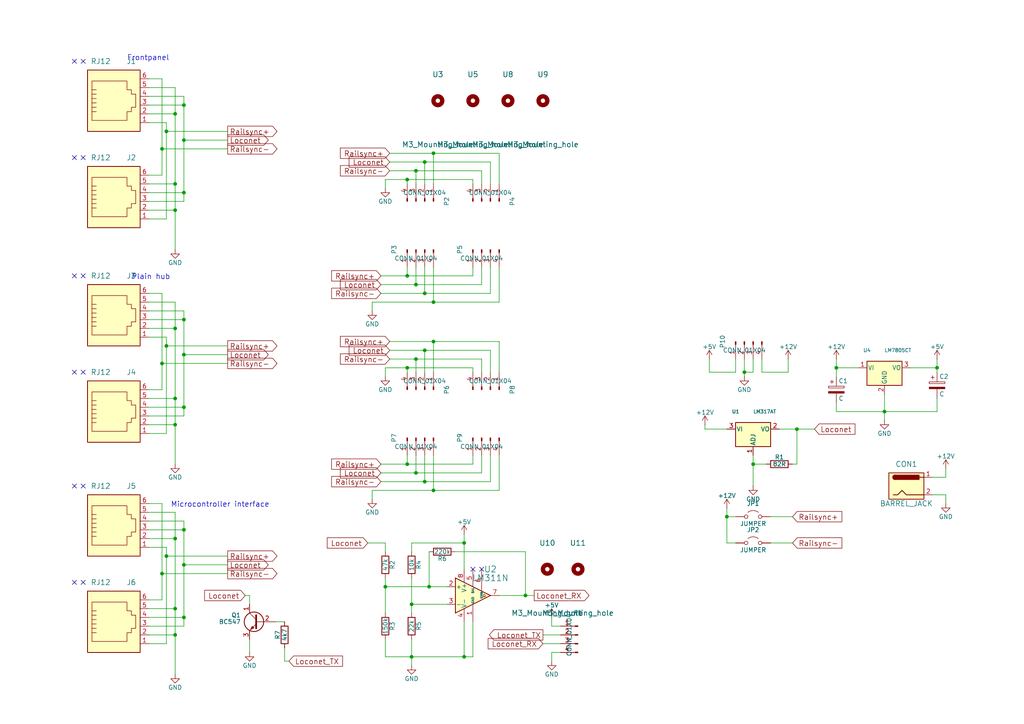
<source format=kicad_sch>
(kicad_sch (version 20231120) (generator "eeschema") (generator_version "8.0")
  (paper "A4")
  (title_block (title "Loconet interface"))
  (lib_symbols
    (symbol "Comparator:LM311" (pin_names (offset 0.127))
      (property "Reference" "U" (at 3.81 6.35 0))
      (property "Value" "LM311" (at 3.81 3.81 0))
      (symbol "LM311_0_1"
        (polyline (pts (xy 5.08 0) (xy -5.08 5.08) (xy -5.08 -5.08) (xy 5.08 0)) (stroke (width 0.254)) (fill (type background)))
        (polyline (pts (xy 3.683 -0.381) (xy 3.302 -0.381) (xy 3.683 0) (xy 3.302 0.381) (xy 2.921 0) (xy 3.302 -0.381) (xy 2.921 -0.381)) (stroke (width 0.127)))
      )
      (symbol "LM311_1_1"
        (pin passive line (at 0 -7.62 90) (length 5.08) (name "GND") (number "1"))
        (pin input line (at -7.62 2.54 0) (length 2.54) (name "+") (number "2"))
        (pin input line (at -7.62 -2.54 0) (length 2.54) (name "-") (number "3"))
        (pin power_in line (at -2.54 -7.62 90) (length 3.81) (name "V-") (number "4"))
        (pin input line (at 0 7.62 270) (length 5.08) (name "BAL") (number "5"))
        (pin input line (at 2.54 7.62 270) (length 6.35) (name "STRB") (number "6"))
        (pin open_collector line (at 7.62 0 180) (length 2.54) (name "~") (number "7"))
        (pin power_in line (at -2.54 7.62 270) (length 3.81) (name "V+") (number "8"))
      )
    )
    (symbol "Connector:Barrel_Jack" (pin_names (offset 1.016))
      (property "Reference" "J" (at 0 5.334 0))
      (property "Value" "Barrel_Jack" (at 0 -5.08 0))
      (symbol "Barrel_Jack_0_1"
        (rectangle (start -5.08 3.81) (end 5.08 -3.81) (stroke (width 0.254)) (fill (type background)))
        (arc (start -3.302 3.175) (mid -3.9343 2.54) (end -3.302 1.905) (stroke (width 0.254)))
        (arc (start -3.302 3.175) (mid -3.9343 2.54) (end -3.302 1.905) (stroke (width 0.254)) (fill (type outline)))
        (polyline (pts (xy 5.08 2.54) (xy 3.81 2.54)) (stroke (width 0.254)))
        (polyline (pts (xy -3.81 -2.54) (xy -2.54 -2.54) (xy -1.27 -1.27) (xy 0 -2.54) (xy 2.54 -2.54) (xy 5.08 -2.54)) (stroke (width 0.254)))
        (rectangle (start 3.683 3.175) (end -3.302 1.905) (stroke (width 0.254)) (fill (type outline)))
      )
      (symbol "Barrel_Jack_1_1"
        (pin passive line (at 7.62 2.54 180) (length 2.54) (name "~") (number "1"))
        (pin passive line (at 7.62 -2.54 180) (length 2.54) (name "~") (number "2"))
      )
    )
    (symbol "Connector:Conn_01x04_Pin" (pin_names (offset 1.016) hide)
      (property "Reference" "J" (at 0 5.08 0))
      (property "Value" "Conn_01x04_Pin" (at 0 -7.62 0))
      (symbol "Conn_01x04_Pin_1_1"
        (polyline (pts (xy 1.27 -5.08) (xy 0.8636 -5.08)) (stroke (width 0.1524)))
        (polyline (pts (xy 1.27 -2.54) (xy 0.8636 -2.54)) (stroke (width 0.1524)))
        (polyline (pts (xy 1.27 0) (xy 0.8636 0)) (stroke (width 0.1524)))
        (polyline (pts (xy 1.27 2.54) (xy 0.8636 2.54)) (stroke (width 0.1524)))
        (rectangle (start 0.8636 -4.953) (end 0 -5.207) (stroke (width 0.1524)) (fill (type outline)))
        (rectangle (start 0.8636 -2.413) (end 0 -2.667) (stroke (width 0.1524)) (fill (type outline)))
        (rectangle (start 0.8636 0.127) (end 0 -0.127) (stroke (width 0.1524)) (fill (type outline)))
        (rectangle (start 0.8636 2.667) (end 0 2.413) (stroke (width 0.1524)) (fill (type outline)))
        (pin passive line (at 5.08 2.54 180) (length 3.81) (name "Pin_1") (number "1"))
        (pin passive line (at 5.08 0 180) (length 3.81) (name "Pin_2") (number "2"))
        (pin passive line (at 5.08 -2.54 180) (length 3.81) (name "Pin_3") (number "3"))
        (pin passive line (at 5.08 -5.08 180) (length 3.81) (name "Pin_4") (number "4"))
      )
    )
    (symbol "Connector:RJ12" (pin_names (offset 1.016))
      (property "Reference" "J" (at -5.08 11.43 0))
      (property "Value" "RJ12" (at 2.54 11.43 0))
      (symbol "RJ12_0_1"
        (polyline (pts (xy -6.35 -1.905) (xy -5.08 -1.905) (xy -5.08 -1.905)))
        (polyline (pts (xy -6.35 -0.635) (xy -5.08 -0.635) (xy -5.08 -0.635)))
        (polyline (pts (xy -6.35 0.635) (xy -5.08 0.635) (xy -5.08 0.635)))
        (polyline (pts (xy -6.35 1.905) (xy -5.08 1.905) (xy -5.08 1.905)))
        (polyline (pts (xy -6.35 3.175) (xy -5.08 3.175) (xy -5.08 3.175)))
        (polyline (pts (xy -5.08 4.445) (xy -6.35 4.445) (xy -6.35 4.445)))
        (polyline (pts (xy -6.35 -4.445) (xy -6.35 6.985) (xy 3.81 6.985) (xy 3.81 4.445) (xy 5.08 4.445) (xy 5.08 3.175) (xy 6.35 3.175) (xy 6.35 -0.635) (xy 5.08 -0.635) (xy 5.08 -1.905) (xy 3.81 -1.905) (xy 3.81 -4.445) (xy -6.35 -4.445) (xy -6.35 -4.445)))
        (rectangle (start 7.62 10.16) (end -7.62 -7.62) (stroke (width 0.254)) (fill (type background)))
      )
      (symbol "RJ12_1_1"
        (pin passive line (at 10.16 -5.08 180) (length 2.54) (name "~") (number "1"))
        (pin passive line (at 10.16 -2.54 180) (length 2.54) (name "~") (number "2"))
        (pin passive line (at 10.16 0 180) (length 2.54) (name "~") (number "3"))
        (pin passive line (at 10.16 2.54 180) (length 2.54) (name "~") (number "4"))
        (pin passive line (at 10.16 5.08 180) (length 2.54) (name "~") (number "5"))
        (pin passive line (at 10.16 7.62 180) (length 2.54) (name "~") (number "6"))
      )
    )
    (symbol "Device:C_Polarized" (pin_numbers hide) (pin_names (offset 0.254))
      (property "Reference" "C" (at 0.635 2.54 0))
      (property "Value" "C_Polarized" (at 0.635 -2.54 0))
      (symbol "C_Polarized_0_1"
        (rectangle (start -2.286 0.508) (end 2.286 1.016))
        (polyline (pts (xy -1.778 2.286) (xy -0.762 2.286)))
        (polyline (pts (xy -1.27 2.794) (xy -1.27 1.778)))
        (rectangle (start 2.286 -0.508) (end -2.286 -1.016) (fill (type outline)))
      )
      (symbol "C_Polarized_1_1"
        (pin passive line (at 0 3.81 270) (length 2.794) (name "~") (number "1"))
        (pin passive line (at 0 -3.81 90) (length 2.794) (name "~") (number "2"))
      )
    )
    (symbol "Device:R" (pin_numbers hide) (pin_names (offset 0))
      (property "Reference" "R" (at 2.032 0 90))
      (property "Value" "R" (at 0 0 90))
      (symbol "R_0_1"
        (rectangle (start -1.016 -2.54) (end 1.016 2.54) (stroke (width 0.254)))
      )
      (symbol "R_1_1"
        (pin passive line (at 0 3.81 270) (length 1.27) (name "~") (number "1"))
        (pin passive line (at 0 -3.81 90) (length 1.27) (name "~") (number "2"))
      )
    )
    (symbol "Jumper:Jumper_2_Open" (pin_numbers hide) (pin_names (offset 0) hide) (exclude_from_sim yes)
      (property "Reference" "JP" (at 0 2.794 0))
      (property "Value" "Jumper_2_Open" (at 0 -2.286 0))
      (symbol "Jumper_2_Open_0_0"
        (circle (center -2.032 0) (radius 0.508))
        (circle (center 2.032 0) (radius 0.508))
      )
      (symbol "Jumper_2_Open_0_1"
        (arc (start 1.524 1.27) (mid 0 1.778) (end -1.524 1.27))
      )
      (symbol "Jumper_2_Open_1_1"
        (pin passive line (at -5.08 0 0) (length 2.54) (name "A") (number "1"))
        (pin passive line (at 5.08 0 180) (length 2.54) (name "B") (number "2"))
      )
    )
    (symbol "Mechanical:MountingHole" (pin_names (offset 1.016)) (exclude_from_sim yes) (in_bom no)
      (property "Reference" "H" (at 0 5.08 0))
      (property "Value" "MountingHole" (at 0 3.175 0))
      (symbol "MountingHole_0_1"
        (circle (center 0 0) (radius 1.27) (stroke (width 1.27)))
      )
    )
    (symbol "Regulator_Linear:LM317_TO-220" (pin_names (offset 0.254))
      (property "Reference" "U" (at -3.81 3.175 0))
      (property "Value" "LM317_TO-220" (at 0 3.175 0))
      (symbol "LM317_TO-220_0_1"
        (rectangle (start -5.08 1.905) (end 5.08 -5.08) (stroke (width 0.254)) (fill (type background)))
      )
      (symbol "LM317_TO-220_1_1"
        (pin input line (at 0 -7.62 90) (length 2.54) (name "ADJ") (number "1"))
        (pin power_out line (at 7.62 0 180) (length 2.54) (name "VO") (number "2"))
        (pin power_in line (at -7.62 0 0) (length 2.54) (name "VI") (number "3"))
      )
    )
    (symbol "Regulator_Linear:LM7805_TO220" (pin_names (offset 0.254))
      (property "Reference" "U" (at -3.81 3.175 0))
      (property "Value" "LM7805_TO220" (at 0 3.175 0))
      (symbol "LM7805_TO220_0_1"
        (rectangle (start -5.08 1.905) (end 5.08 -5.08) (stroke (width 0.254)) (fill (type background)))
      )
      (symbol "LM7805_TO220_1_1"
        (pin power_in line (at -7.62 0 0) (length 2.54) (name "VI") (number "1"))
        (pin power_in line (at 0 -7.62 90) (length 2.54) (name "GND") (number "2"))
        (pin power_out line (at 7.62 0 180) (length 2.54) (name "VO") (number "3"))
      )
    )
    (symbol "Transistor_BJT:BC547" (pin_names (offset 0) hide)
      (property "Reference" "Q" (at 5.08 1.905 0))
      (property "Value" "BC547" (at 5.08 0 0))
      (symbol "BC547_0_1"
        (polyline (pts (xy 0 0) (xy 0.635 0)))
        (polyline (pts (xy 0.635 0.635) (xy 2.54 2.54)))
        (polyline (pts (xy 0.635 -0.635) (xy 2.54 -2.54) (xy 2.54 -2.54)))
        (polyline (pts (xy 0.635 1.905) (xy 0.635 -1.905) (xy 0.635 -1.905)) (stroke (width 0.508)))
        (polyline (pts (xy 1.27 -1.778) (xy 1.778 -1.27) (xy 2.286 -2.286) (xy 1.27 -1.778) (xy 1.27 -1.778)) (fill (type outline)))
        (circle (center 1.27 0) (radius 2.8194) (stroke (width 0.254)))
      )
      (symbol "BC547_1_1"
        (pin passive line (at 2.54 5.08 270) (length 2.54) (name "C") (number "1"))
        (pin input line (at -5.08 0 0) (length 5.08) (name "B") (number "2"))
        (pin passive line (at 2.54 -5.08 90) (length 2.54) (name "E") (number "3"))
      )
    )
    (symbol "power:+12V" (power) (pin_numbers hide) (pin_names (offset 0) hide)
      (property "Value" "+12V" (at 0 3.556 0))
      (symbol "+12V_0_1"
        (polyline (pts (xy -0.762 1.27) (xy 0 2.54)))
        (polyline (pts (xy 0 0) (xy 0 2.54)))
        (polyline (pts (xy 0 2.54) (xy 0.762 1.27)))
      )
      (symbol "+12V_1_1"
        (pin power_in line (at 0 0 90) (length 0) (name "~") (number "1"))
      )
    )
    (symbol "power:+5V" (power) (pin_numbers hide) (pin_names (offset 0) hide)
      (property "Value" "+5V" (at 0 3.556 0))
      (symbol "+5V_0_1"
        (polyline (pts (xy -0.762 1.27) (xy 0 2.54)))
        (polyline (pts (xy 0 0) (xy 0 2.54)))
        (polyline (pts (xy 0 2.54) (xy 0.762 1.27)))
      )
      (symbol "+5V_1_1"
        (pin power_in line (at 0 0 90) (length 0) (name "~") (number "1"))
      )
    )
    (symbol "power:GND" (power) (pin_numbers hide) (pin_names (offset 0) hide)
      (property "Value" "GND" (at 0 -3.81 0))
      (symbol "GND_0_1"
        (polyline (pts (xy 0 0) (xy 0 -1.27) (xy 1.27 -1.27) (xy 0 -2.54) (xy -1.27 -1.27) (xy 0 -1.27)))
      )
      (symbol "GND_1_1"
        (pin power_in line (at 0 0 270) (length 0) (name "~") (number "1"))
      )
    )
  )
  (junction (at 118.11 106.68))
  (junction (at 215.9 107.95))
  (junction (at 48.26 100.33))
  (junction (at 46.99 43.18))
  (junction (at 119.38 190.5))
  (junction (at 111.76 170.18))
  (junction (at 210.82 149.86))
  (junction (at 125.73 142.24))
  (junction (at 48.26 161.29))
  (junction (at 120.65 137.16))
  (junction (at 120.65 104.14))
  (junction (at 118.11 80.01))
  (junction (at 53.34 163.83))
  (junction (at 123.19 46.99))
  (junction (at 46.99 105.41))
  (junction (at 53.34 118.11))
  (junction (at 53.34 30.48))
  (junction (at 123.19 139.7))
  (junction (at 46.99 166.37))
  (junction (at 271.78 106.68))
  (junction (at 134.62 190.5))
  (junction (at 50.8 115.57))
  (junction (at 50.8 53.34))
  (junction (at 118.11 52.07))
  (junction (at 50.8 33.02))
  (junction (at 53.34 40.64))
  (junction (at 53.34 55.88))
  (junction (at 48.26 38.1))
  (junction (at 231.14 124.46))
  (junction (at 50.8 156.21))
  (junction (at 118.11 134.62))
  (junction (at 256.54 119.38))
  (junction (at 218.44 134.62))
  (junction (at 50.8 95.25))
  (junction (at 50.8 184.15))
  (junction (at 53.34 179.07))
  (junction (at 53.34 153.67))
  (junction (at 124.46 170.18))
  (junction (at 50.8 123.19))
  (junction (at 120.65 49.53))
  (junction (at 53.34 92.71))
  (junction (at 50.8 176.53))
  (junction (at 123.19 85.09))
  (junction (at 120.65 82.55))
  (junction (at 125.73 87.63))
  (junction (at 50.8 60.96))
  (junction (at 125.73 99.06))
  (junction (at 125.73 44.45))
  (junction (at 152.4 172.72))
  (junction (at 134.62 157.48))
  (junction (at 53.34 102.87))
  (junction (at 242.57 106.68))
  (junction (at 119.38 175.26))
  (junction (at 123.19 101.6))
  (no_connect (at 21.59 107.95))
  (no_connect (at 21.59 140.97))
  (no_connect (at 21.59 17.78))
  (no_connect (at 24.13 168.91))
  (no_connect (at 21.59 80.01))
  (no_connect (at 139.7 165.1))
  (no_connect (at 24.13 140.97))
  (no_connect (at 21.59 168.91))
  (no_connect (at 24.13 17.78))
  (no_connect (at 21.59 45.72))
  (no_connect (at 24.13 45.72))
  (no_connect (at 24.13 107.95))
  (no_connect (at 24.13 80.01))
  (no_connect (at 137.16 165.1))
  (wire (pts (xy 53.34 163.83) (xy 53.34 153.67)))
  (wire (pts (xy 53.34 30.48) (xy 53.34 27.94)))
  (wire (pts (xy 142.24 139.7) (xy 142.24 132.08)))
  (wire (pts (xy 120.65 82.55) (xy 139.7 82.55)))
  (wire (pts (xy 110.49 82.55) (xy 120.65 82.55)))
  (wire (pts (xy 142.24 85.09) (xy 142.24 77.47)))
  (wire (pts (xy 118.11 52.07) (xy 118.11 53.34)))
  (wire (pts (xy 50.8 176.53) (xy 50.8 184.15)))
  (wire (pts (xy 223.52 149.86) (xy 229.87 149.86)))
  (wire (pts (xy 125.73 44.45) (xy 125.73 53.34)))
  (wire (pts (xy 120.65 104.14) (xy 120.65 107.95)))
  (wire (pts (xy 120.65 49.53) (xy 139.7 49.53)))
  (wire (pts (xy 46.99 105.41) (xy 46.99 85.09)))
  (wire (pts (xy 46.99 166.37) (xy 46.99 146.05)))
  (wire (pts (xy 242.57 119.38) (xy 256.54 119.38)))
  (wire (pts (xy 46.99 22.86) (xy 43.18 22.86)))
  (wire (pts (xy 107.95 87.63) (xy 125.73 87.63)))
  (wire (pts (xy 242.57 106.68) (xy 248.92 106.68)))
  (wire (pts (xy 229.87 134.62) (xy 231.14 134.62)))
  (wire (pts (xy 137.16 52.07) (xy 137.16 53.34)))
  (wire (pts (xy 123.19 85.09) (xy 142.24 85.09)))
  (wire (pts (xy 123.19 85.09) (xy 123.19 77.47)))
  (wire (pts (xy 53.34 92.71) (xy 53.34 90.17)))
  (wire (pts (xy 271.78 119.38) (xy 271.78 115.57)))
  (wire (pts (xy 43.18 113.03) (xy 46.99 113.03)))
  (wire (pts (xy 43.18 120.65) (xy 53.34 120.65)))
  (wire (pts (xy 215.9 107.95) (xy 215.9 109.22)))
  (wire (pts (xy 118.11 106.68) (xy 118.11 107.95)))
  (wire (pts (xy 113.03 99.06) (xy 125.73 99.06)))
  (wire (pts (xy 50.8 95.25) (xy 43.18 95.25)))
  (wire (pts (xy 111.76 170.18) (xy 124.46 170.18)))
  (wire (pts (xy 142.24 101.6) (xy 142.24 107.95)))
  (wire (pts (xy 144.78 44.45) (xy 144.78 53.34)))
  (wire (pts (xy 204.47 124.46) (xy 210.82 124.46)))
  (wire (pts (xy 43.18 30.48) (xy 53.34 30.48)))
  (wire (pts (xy 118.11 134.62) (xy 137.16 134.62)))
  (wire (pts (xy 83.82 191.77) (xy 82.55 191.77)))
  (wire (pts (xy 142.24 46.99) (xy 142.24 53.34)))
  (wire (pts (xy 66.04 38.1) (xy 48.26 38.1)))
  (wire (pts (xy 110.49 137.16) (xy 120.65 137.16)))
  (wire (pts (xy 43.18 181.61) (xy 53.34 181.61)))
  (wire (pts (xy 134.62 154.94) (xy 134.62 157.48)))
  (wire (pts (xy 125.73 99.06) (xy 144.78 99.06)))
  (wire (pts (xy 271.78 106.68) (xy 271.78 107.95)))
  (wire (pts (xy 50.8 156.21) (xy 50.8 176.53)))
  (wire (pts (xy 220.98 107.95) (xy 220.98 104.14)))
  (wire (pts (xy 50.8 33.02) (xy 50.8 53.34)))
  (wire (pts (xy 271.78 104.14) (xy 271.78 106.68)))
  (wire (pts (xy 213.36 149.86) (xy 210.82 149.86)))
  (wire (pts (xy 46.99 173.99) (xy 46.99 166.37)))
  (wire (pts (xy 43.18 153.67) (xy 53.34 153.67)))
  (wire (pts (xy 110.49 134.62) (xy 118.11 134.62)))
  (wire (pts (xy 242.57 106.68) (xy 242.57 109.22)))
  (wire (pts (xy 82.55 191.77) (xy 82.55 187.96)))
  (wire (pts (xy 111.76 160.02) (xy 111.76 157.48)))
  (wire (pts (xy 50.8 156.21) (xy 43.18 156.21)))
  (wire (pts (xy 111.76 157.48) (xy 106.68 157.48)))
  (wire (pts (xy 274.32 135.89) (xy 274.32 138.43)))
  (wire (pts (xy 137.16 134.62) (xy 137.16 132.08)))
  (wire (pts (xy 256.54 119.38) (xy 271.78 119.38)))
  (wire (pts (xy 124.46 170.18) (xy 129.54 170.18)))
  (wire (pts (xy 218.44 134.62) (xy 222.25 134.62)))
  (wire (pts (xy 123.19 139.7) (xy 142.24 139.7)))
  (wire (pts (xy 118.11 52.07) (xy 137.16 52.07)))
  (wire (pts (xy 160.02 189.23) (xy 160.02 191.77)))
  (wire (pts (xy 218.44 134.62) (xy 218.44 140.97)))
  (wire (pts (xy 72.39 175.26) (xy 72.39 172.72)))
  (wire (pts (xy 53.34 102.87) (xy 53.34 92.71)))
  (wire (pts (xy 43.18 176.53) (xy 50.8 176.53)))
  (wire (pts (xy 48.26 186.69) (xy 43.18 186.69)))
  (wire (pts (xy 111.76 54.61) (xy 111.76 52.07)))
  (wire (pts (xy 48.26 38.1) (xy 48.26 63.5)))
  (wire (pts (xy 53.34 153.67) (xy 53.34 151.13)))
  (wire (pts (xy 53.34 151.13) (xy 43.18 151.13)))
  (wire (pts (xy 113.03 104.14) (xy 120.65 104.14)))
  (wire (pts (xy 210.82 149.86) (xy 210.82 157.48)))
  (wire (pts (xy 50.8 60.96) (xy 50.8 72.39)))
  (wire (pts (xy 110.49 80.01) (xy 118.11 80.01)))
  (wire (pts (xy 43.18 179.07) (xy 53.34 179.07)))
  (wire (pts (xy 50.8 33.02) (xy 43.18 33.02)))
  (wire (pts (xy 137.16 80.01) (xy 137.16 77.47)))
  (wire (pts (xy 53.34 179.07) (xy 53.34 163.83)))
  (wire (pts (xy 118.11 80.01) (xy 118.11 77.47)))
  (wire (pts (xy 53.34 55.88) (xy 53.34 40.64)))
  (wire (pts (xy 118.11 134.62) (xy 118.11 132.08)))
  (wire (pts (xy 66.04 166.37) (xy 46.99 166.37)))
  (wire (pts (xy 48.26 161.29) (xy 48.26 186.69)))
  (wire (pts (xy 218.44 104.14) (xy 218.44 107.95)))
  (wire (pts (xy 123.19 46.99) (xy 123.19 53.34)))
  (wire (pts (xy 111.76 167.64) (xy 111.76 170.18)))
  (wire (pts (xy 229.87 157.48) (xy 223.52 157.48)))
  (wire (pts (xy 120.65 137.16) (xy 139.7 137.16)))
  (wire (pts (xy 120.65 132.08) (xy 120.65 137.16)))
  (wire (pts (xy 50.8 184.15) (xy 43.18 184.15)))
  (wire (pts (xy 270.51 143.51) (xy 274.32 143.51)))
  (wire (pts (xy 66.04 105.41) (xy 46.99 105.41)))
  (wire (pts (xy 152.4 172.72) (xy 154.94 172.72)))
  (wire (pts (xy 119.38 160.02) (xy 119.38 157.48)))
  (wire (pts (xy 226.06 124.46) (xy 231.14 124.46)))
  (wire (pts (xy 113.03 101.6) (xy 123.19 101.6)))
  (wire (pts (xy 48.26 158.75) (xy 48.26 161.29)))
  (wire (pts (xy 139.7 137.16) (xy 139.7 132.08)))
  (wire (pts (xy 162.56 181.61) (xy 160.02 181.61)))
  (wire (pts (xy 53.34 27.94) (xy 43.18 27.94)))
  (wire (pts (xy 218.44 107.95) (xy 215.9 107.95)))
  (wire (pts (xy 125.73 132.08) (xy 125.73 142.24)))
  (wire (pts (xy 144.78 142.24) (xy 144.78 132.08)))
  (wire (pts (xy 66.04 43.18) (xy 46.99 43.18)))
  (wire (pts (xy 48.26 35.56) (xy 48.26 38.1)))
  (wire (pts (xy 264.16 106.68) (xy 271.78 106.68)))
  (wire (pts (xy 119.38 175.26) (xy 119.38 167.64)))
  (wire (pts (xy 107.95 142.24) (xy 125.73 142.24)))
  (wire (pts (xy 43.18 55.88) (xy 53.34 55.88)))
  (wire (pts (xy 43.18 92.71) (xy 53.34 92.71)))
  (wire (pts (xy 50.8 60.96) (xy 43.18 60.96)))
  (wire (pts (xy 43.18 173.99) (xy 46.99 173.99)))
  (wire (pts (xy 110.49 85.09) (xy 123.19 85.09)))
  (wire (pts (xy 43.18 87.63) (xy 50.8 87.63)))
  (wire (pts (xy 50.8 25.4) (xy 50.8 33.02)))
  (wire (pts (xy 82.55 180.34) (xy 80.01 180.34)))
  (wire (pts (xy 48.26 97.79) (xy 48.26 100.33)))
  (wire (pts (xy 53.34 58.42) (xy 53.34 55.88)))
  (wire (pts (xy 50.8 148.59) (xy 50.8 156.21)))
  (wire (pts (xy 118.11 80.01) (xy 137.16 80.01)))
  (wire (pts (xy 66.04 163.83) (xy 53.34 163.83)))
  (wire (pts (xy 134.62 157.48) (xy 134.62 165.1)))
  (wire (pts (xy 43.18 148.59) (xy 50.8 148.59)))
  (wire (pts (xy 48.26 125.73) (xy 43.18 125.73)))
  (wire (pts (xy 46.99 50.8) (xy 46.99 43.18)))
  (wire (pts (xy 43.18 53.34) (xy 50.8 53.34)))
  (wire (pts (xy 111.76 185.42) (xy 111.76 190.5)))
  (wire (pts (xy 72.39 172.72) (xy 71.12 172.72)))
  (wire (pts (xy 50.8 87.63) (xy 50.8 95.25)))
  (wire (pts (xy 48.26 63.5) (xy 43.18 63.5)))
  (wire (pts (xy 119.38 177.8) (xy 119.38 175.26)))
  (wire (pts (xy 152.4 160.02) (xy 132.08 160.02)))
  (wire (pts (xy 125.73 44.45) (xy 144.78 44.45)))
  (wire (pts (xy 53.34 40.64) (xy 53.34 30.48)))
  (wire (pts (xy 162.56 186.69) (xy 157.48 186.69)))
  (wire (pts (xy 50.8 115.57) (xy 50.8 123.19)))
  (wire (pts (xy 113.03 44.45) (xy 125.73 44.45)))
  (wire (pts (xy 125.73 77.47) (xy 125.73 87.63)))
  (wire (pts (xy 160.02 181.61) (xy 160.02 179.07)))
  (wire (pts (xy 120.65 49.53) (xy 120.65 53.34)))
  (wire (pts (xy 242.57 116.84) (xy 242.57 119.38)))
  (wire (pts (xy 53.34 118.11) (xy 53.34 102.87)))
  (wire (pts (xy 119.38 190.5) (xy 134.62 190.5)))
  (wire (pts (xy 144.78 99.06) (xy 144.78 107.95)))
  (wire (pts (xy 228.6 104.14) (xy 228.6 107.95)))
  (wire (pts (xy 139.7 82.55) (xy 139.7 77.47)))
  (wire (pts (xy 110.49 139.7) (xy 123.19 139.7)))
  (wire (pts (xy 50.8 53.34) (xy 50.8 60.96)))
  (wire (pts (xy 124.46 160.02) (xy 124.46 170.18)))
  (wire (pts (xy 162.56 189.23) (xy 160.02 189.23)))
  (wire (pts (xy 48.26 100.33) (xy 48.26 125.73)))
  (wire (pts (xy 228.6 107.95) (xy 220.98 107.95)))
  (wire (pts (xy 119.38 175.26) (xy 129.54 175.26)))
  (wire (pts (xy 123.19 139.7) (xy 123.19 132.08)))
  (wire (pts (xy 50.8 184.15) (xy 50.8 195.58)))
  (wire (pts (xy 144.78 172.72) (xy 152.4 172.72)))
  (wire (pts (xy 43.18 50.8) (xy 46.99 50.8)))
  (wire (pts (xy 274.32 138.43) (xy 270.51 138.43)))
  (wire (pts (xy 107.95 87.63) (xy 107.95 90.17)))
  (wire (pts (xy 144.78 87.63) (xy 144.78 77.47)))
  (wire (pts (xy 123.19 101.6) (xy 123.19 107.95)))
  (wire (pts (xy 43.18 115.57) (xy 50.8 115.57)))
  (wire (pts (xy 66.04 102.87) (xy 53.34 102.87)))
  (wire (pts (xy 120.65 104.14) (xy 139.7 104.14)))
  (wire (pts (xy 215.9 104.14) (xy 215.9 107.95)))
  (wire (pts (xy 256.54 119.38) (xy 256.54 121.92)))
  (wire (pts (xy 139.7 49.53) (xy 139.7 53.34)))
  (wire (pts (xy 125.73 142.24) (xy 144.78 142.24)))
  (wire (pts (xy 72.39 185.42) (xy 72.39 189.23)))
  (wire (pts (xy 113.03 49.53) (xy 120.65 49.53)))
  (wire (pts (xy 120.65 77.47) (xy 120.65 82.55)))
  (wire (pts (xy 242.57 104.14) (xy 242.57 106.68)))
  (wire (pts (xy 210.82 157.48) (xy 213.36 157.48)))
  (wire (pts (xy 134.62 180.34) (xy 134.62 190.5)))
  (wire (pts (xy 43.18 25.4) (xy 50.8 25.4)))
  (wire (pts (xy 53.34 90.17) (xy 43.18 90.17)))
  (wire (pts (xy 256.54 114.3) (xy 256.54 119.38)))
  (wire (pts (xy 43.18 118.11) (xy 53.34 118.11)))
  (wire (pts (xy 137.16 106.68) (xy 137.16 107.95)))
  (wire (pts (xy 231.14 124.46) (xy 236.22 124.46)))
  (wire (pts (xy 274.32 143.51) (xy 274.32 146.05)))
  (wire (pts (xy 50.8 123.19) (xy 43.18 123.19)))
  (wire (pts (xy 46.99 85.09) (xy 43.18 85.09)))
  (wire (pts (xy 53.34 120.65) (xy 53.34 118.11)))
  (wire (pts (xy 123.19 101.6) (xy 142.24 101.6)))
  (wire (pts (xy 204.47 123.19) (xy 204.47 124.46)))
  (wire (pts (xy 210.82 147.32) (xy 210.82 149.86)))
  (wire (pts (xy 43.18 58.42) (xy 53.34 58.42)))
  (wire (pts (xy 43.18 97.79) (xy 48.26 97.79)))
  (wire (pts (xy 43.18 35.56) (xy 48.26 35.56)))
  (wire (pts (xy 111.76 109.22) (xy 111.76 106.68)))
  (wire (pts (xy 113.03 46.99) (xy 123.19 46.99)))
  (wire (pts (xy 43.18 158.75) (xy 48.26 158.75)))
  (wire (pts (xy 119.38 185.42) (xy 119.38 190.5)))
  (wire (pts (xy 111.76 106.68) (xy 118.11 106.68)))
  (wire (pts (xy 134.62 190.5) (xy 137.16 190.5)))
  (wire (pts (xy 119.38 190.5) (xy 119.38 193.04)))
  (wire (pts (xy 46.99 146.05) (xy 43.18 146.05)))
  (wire (pts (xy 46.99 43.18) (xy 46.99 22.86)))
  (wire (pts (xy 139.7 104.14) (xy 139.7 107.95)))
  (wire (pts (xy 111.76 52.07) (xy 118.11 52.07)))
  (wire (pts (xy 66.04 40.64) (xy 53.34 40.64)))
  (wire (pts (xy 119.38 157.48) (xy 134.62 157.48)))
  (wire (pts (xy 125.73 87.63) (xy 144.78 87.63)))
  (wire (pts (xy 111.76 190.5) (xy 119.38 190.5)))
  (wire (pts (xy 157.48 184.15) (xy 162.56 184.15)))
  (wire (pts (xy 137.16 190.5) (xy 137.16 180.34)))
  (wire (pts (xy 218.44 132.08) (xy 218.44 134.62)))
  (wire (pts (xy 53.34 181.61) (xy 53.34 179.07)))
  (wire (pts (xy 50.8 95.25) (xy 50.8 115.57)))
  (wire (pts (xy 213.36 104.14) (xy 213.36 107.95)))
  (wire (pts (xy 111.76 170.18) (xy 111.76 177.8)))
  (wire (pts (xy 152.4 160.02) (xy 152.4 172.72)))
  (wire (pts (xy 46.99 113.03) (xy 46.99 105.41)))
  (wire (pts (xy 125.73 99.06) (xy 125.73 107.95)))
  (wire (pts (xy 66.04 161.29) (xy 48.26 161.29)))
  (wire (pts (xy 118.11 106.68) (xy 137.16 106.68)))
  (wire (pts (xy 107.95 142.24) (xy 107.95 144.78)))
  (wire (pts (xy 66.04 100.33) (xy 48.26 100.33)))
  (wire (pts (xy 123.19 46.99) (xy 142.24 46.99)))
  (wire (pts (xy 50.8 123.19) (xy 50.8 134.62)))
  (wire (pts (xy 231.14 134.62) (xy 231.14 124.46)))
  (wire (pts (xy 213.36 107.95) (xy 205.74 107.95)))
  (wire (pts (xy 205.74 107.95) (xy 205.74 104.14)))
  (text "Microcontroller interface" (at 49.53 147.32 0) (effects (font (size 1.524 1.524)) (justify left bottom)))
  (text "Plain hub" (at 38.1 81.28 0) (effects (font (size 1.524 1.524)) (justify left bottom)))
  (text "Frontpanel" (at 36.83 17.78 0) (effects (font (size 1.524 1.524)) (justify left bottom)))
  (global_label "Railsync+" (shape input) (at 110.49 80.01 180) (effects (font (size 1.524 1.524))) (property "Intersheetrefs" "${INTERSHEET_REFS}" (effects (hide yes))))
  (global_label "Loconet" (shape input) (at 106.68 157.48 180) (effects (font (size 1.524 1.524))) (property "Intersheetrefs" "${INTERSHEET_REFS}" (effects (hide yes))))
  (global_label "Railsync-" (shape input) (at 113.03 49.53 180) (effects (font (size 1.524 1.524))) (property "Intersheetrefs" "${INTERSHEET_REFS}" (effects (hide yes))))
  (global_label "Railsync-" (shape input) (at 113.03 104.14 180) (effects (font (size 1.524 1.524))) (property "Intersheetrefs" "${INTERSHEET_REFS}" (effects (hide yes))))
  (global_label "Railsync-" (shape input) (at 229.87 157.48 0) (effects (font (size 1.524 1.524))) (property "Intersheetrefs" "${INTERSHEET_REFS}" (effects (hide yes))))
  (global_label "Railsync+" (shape input) (at 229.87 149.86 0) (effects (font (size 1.524 1.524))) (property "Intersheetrefs" "${INTERSHEET_REFS}" (effects (hide yes))))
  (global_label "Railsync-" (shape input) (at 110.49 85.09 180) (effects (font (size 1.524 1.524))) (property "Intersheetrefs" "${INTERSHEET_REFS}" (effects (hide yes))))
  (global_label "Loconet_RX" (shape output) (at 154.94 172.72 0) (effects (font (size 1.524 1.524))) (property "Intersheetrefs" "${INTERSHEET_REFS}" (effects (hide yes))))
  (global_label "Loconet" (shape input) (at 71.12 172.72 180) (effects (font (size 1.524 1.524))) (property "Intersheetrefs" "${INTERSHEET_REFS}" (effects (hide yes))))
  (global_label "Loconet_TX" (shape input) (at 83.82 191.77 0) (effects (font (size 1.524 1.524))) (property "Intersheetrefs" "${INTERSHEET_REFS}" (effects (hide yes))))
  (global_label "Railsync+" (shape input) (at 113.03 99.06 180) (effects (font (size 1.524 1.524))) (property "Intersheetrefs" "${INTERSHEET_REFS}" (effects (hide yes))))
  (global_label "Railsync-" (shape output) (at 66.04 43.18 0) (effects (font (size 1.524 1.524))) (property "Intersheetrefs" "${INTERSHEET_REFS}" (effects (hide yes))))
  (global_label "Railsync+" (shape input) (at 113.03 44.45 180) (effects (font (size 1.524 1.524))) (property "Intersheetrefs" "${INTERSHEET_REFS}" (effects (hide yes))))
  (global_label "Loconet" (shape input) (at 110.49 137.16 180) (effects (font (size 1.524 1.524))) (property "Intersheetrefs" "${INTERSHEET_REFS}" (effects (hide yes))))
  (global_label "Railsync+" (shape output) (at 66.04 161.29 0) (effects (font (size 1.524 1.524))) (property "Intersheetrefs" "${INTERSHEET_REFS}" (effects (hide yes))))
  (global_label "Loconet" (shape input) (at 236.22 124.46 0) (effects (font (size 1.524 1.524))) (property "Intersheetrefs" "${INTERSHEET_REFS}" (effects (hide yes))))
  (global_label "Railsync-" (shape input) (at 110.49 139.7 180) (effects (font (size 1.524 1.524))) (property "Intersheetrefs" "${INTERSHEET_REFS}" (effects (hide yes))))
  (global_label "Loconet" (shape output) (at 66.04 102.87 0) (effects (font (size 1.524 1.524))) (property "Intersheetrefs" "${INTERSHEET_REFS}" (effects (hide yes))))
  (global_label "Loconet" (shape output) (at 66.04 163.83 0) (effects (font (size 1.524 1.524))) (property "Intersheetrefs" "${INTERSHEET_REFS}" (effects (hide yes))))
  (global_label "Loconet" (shape input) (at 113.03 46.99 180) (effects (font (size 1.524 1.524))) (property "Intersheetrefs" "${INTERSHEET_REFS}" (effects (hide yes))))
  (global_label "Railsync-" (shape output) (at 66.04 105.41 0) (effects (font (size 1.524 1.524))) (property "Intersheetrefs" "${INTERSHEET_REFS}" (effects (hide yes))))
  (global_label "Loconet_TX" (shape output) (at 157.48 184.15 180) (effects (font (size 1.524 1.524))) (property "Intersheetrefs" "${INTERSHEET_REFS}" (effects (hide yes))))
  (global_label "Railsync+" (shape output) (at 66.04 100.33 0) (effects (font (size 1.524 1.524))) (property "Intersheetrefs" "${INTERSHEET_REFS}" (effects (hide yes))))
  (global_label "Railsync-" (shape output) (at 66.04 166.37 0) (effects (font (size 1.524 1.524))) (property "Intersheetrefs" "${INTERSHEET_REFS}" (effects (hide yes))))
  (global_label "Loconet" (shape input) (at 113.03 101.6 180) (effects (font (size 1.524 1.524))) (property "Intersheetrefs" "${INTERSHEET_REFS}" (effects (hide yes))))
  (global_label "Railsync+" (shape output) (at 66.04 38.1 0) (effects (font (size 1.524 1.524))) (property "Intersheetrefs" "${INTERSHEET_REFS}" (effects (hide yes))))
  (global_label "Loconet" (shape input) (at 110.49 82.55 180) (effects (font (size 1.524 1.524))) (property "Intersheetrefs" "${INTERSHEET_REFS}" (effects (hide yes))))
  (global_label "Loconet_RX" (shape input) (at 157.48 186.69 180) (effects (font (size 1.524 1.524))) (property "Intersheetrefs" "${INTERSHEET_REFS}" (effects (hide yes))))
  (global_label "Loconet" (shape output) (at 66.04 40.64 0) (effects (font (size 1.524 1.524))) (property "Intersheetrefs" "${INTERSHEET_REFS}" (effects (hide yes))))
  (global_label "Railsync+" (shape input) (at 110.49 134.62 180) (effects (font (size 1.524 1.524))) (property "Intersheetrefs" "${INTERSHEET_REFS}" (effects (hide yes))))
  (symbol (lib_id "Connector:RJ12") (at 33.02 30.48 0) (unit 1)
    (property "Reference" "J1" (at 38.1 17.78 0) (effects (font (size 1.524 1.524))))
    (property "Value" "RJ12" (at 29.21 17.78 0) (effects (font (size 1.524 1.524))))
    (property "Footprint" "Connector_RJ:RJ12_Amphenol_54601-x06_Horizontal" (effects (hide yes)))
    (property "Description" "RJ connector, 6P6C (6 positions 6 connected)" (effects (hide yes)))
  )
  (symbol (lib_id "Connector:RJ12") (at 33.02 58.42 0) (unit 1)
    (property "Reference" "J2" (at 38.1 45.72 0) (effects (font (size 1.524 1.524))))
    (property "Value" "RJ12" (at 29.21 45.72 0) (effects (font (size 1.524 1.524))))
    (property "Footprint" "Connector_RJ:RJ12_Amphenol_54601-x06_Horizontal" (effects (hide yes)))
    (property "Description" "RJ connector, 6P6C (6 positions 6 connected)" (effects (hide yes)))
  )
  (symbol (lib_id "power:GND") (at 50.8 72.39 0) (unit 1)
    (property "Reference" "#PWR01" (effects (hide yes)))
    (property "Value" "GND" (at 50.8 76.2 0))
    (property "Description" "Power symbol creates a global label with name \"GND\" , ground" (effects (hide yes)))
  )
  (symbol (lib_id "power:GND") (at 72.39 189.23 0) (unit 1)
    (property "Reference" "#PWR02" (effects (hide yes)))
    (property "Value" "GND" (at 72.39 193.04 0))
    (property "Description" "Power symbol creates a global label with name \"GND\" , ground" (effects (hide yes)))
  )
  (symbol (lib_id "power:GND") (at 119.38 193.04 0) (unit 1)
    (property "Reference" "#PWR03" (effects (hide yes)))
    (property "Value" "GND" (at 119.38 196.85 0))
    (property "Description" "Power symbol creates a global label with name \"GND\" , ground" (effects (hide yes)))
  )
  (symbol (lib_id "Transistor_BJT:BC547") (at 74.93 180.34 0) (mirror y) (unit 1)
    (property "Reference" "Q1" (at 69.85 178.435 0) (effects (justify left)))
    (property "Value" "BC547" (at 69.85 180.34 0) (effects (justify left)))
    (property "Footprint" "Package_TO_SOT_THT:TO-92_Inline" (effects (hide yes)))
    (property "Datasheet" "https://www.onsemi.com/pub/Collateral/BC550-D.pdf" (effects (hide yes)))
    (property "Description" "0.1A Ic, 45V Vce, Small Signal NPN Transistor, TO-92" (effects (hide yes)))
  )
  (symbol (lib_id "Device:R") (at 82.55 184.15 180) (unit 1)
    (property "Reference" "R7" (at 80.518 184.15 90))
    (property "Value" "4k7" (at 82.55 184.15 90))
    (property "Footprint" "Resistor_THT:R_Axial_DIN0207_L6.3mm_D2.5mm_P7.62mm_Horizontal" (effects (hide yes)))
    (property "Description" "Resistor" (effects (hide yes)))
  )
  (symbol (lib_id "Device:R") (at 111.76 163.83 0) (unit 1)
    (property "Reference" "R2" (at 113.792 163.83 90))
    (property "Value" "47k" (at 111.76 163.83 90))
    (property "Footprint" "Resistor_THT:R_Axial_DIN0207_L6.3mm_D2.5mm_P7.62mm_Horizontal" (effects (hide yes)))
    (property "Description" "Resistor" (effects (hide yes)))
  )
  (symbol (lib_id "Device:R") (at 111.76 181.61 0) (unit 1)
    (property "Reference" "R3" (at 113.792 181.61 90))
    (property "Value" "150k" (at 111.76 181.61 90))
    (property "Footprint" "Resistor_THT:R_Axial_DIN0207_L6.3mm_D2.5mm_P7.62mm_Horizontal" (effects (hide yes)))
    (property "Description" "Resistor" (effects (hide yes)))
  )
  (symbol (lib_id "Device:R") (at 119.38 163.83 0) (unit 1)
    (property "Reference" "R4" (at 121.412 163.83 90))
    (property "Value" "10k" (at 119.38 163.83 90))
    (property "Footprint" "Resistor_THT:R_Axial_DIN0207_L6.3mm_D2.5mm_P7.62mm_Horizontal" (effects (hide yes)))
    (property "Description" "Resistor" (effects (hide yes)))
  )
  (symbol (lib_id "Device:R") (at 119.38 181.61 0) (unit 1)
    (property "Reference" "R5" (at 121.412 181.61 90))
    (property "Value" "22k" (at 119.38 181.61 90))
    (property "Footprint" "Resistor_THT:R_Axial_DIN0207_L6.3mm_D2.5mm_P7.62mm_Horizontal" (effects (hide yes)))
    (property "Description" "Resistor" (effects (hide yes)))
  )
  (symbol (lib_id "Comparator:LM311") (at 137.16 172.72 0) (unit 1)
    (property "Reference" "U2" (at 142.24 165.1 0) (effects (font (size 1.778 1.778))))
    (property "Value" "LM311N" (at 142.24 167.64 0) (effects (font (size 1.778 1.778))))
    (property "Footprint" "Package_DIP:DIP-8_W7.62mm" (effects (hide yes)))
    (property "Datasheet" "https://www.st.com/resource/en/datasheet/lm311.pdf" (effects (hide yes)))
    (property "Description" "Voltage Comparator, DIP-8/SOIC-8" (effects (hide yes)))
  )
  (symbol (lib_id "Device:R") (at 128.27 160.02 270) (unit 1)
    (property "Reference" "R6" (at 128.27 162.052 90))
    (property "Value" "220k" (at 128.27 160.02 90))
    (property "Footprint" "Resistor_THT:R_Axial_DIN0207_L6.3mm_D2.5mm_P7.62mm_Horizontal" (effects (hide yes)))
    (property "Description" "Resistor" (effects (hide yes)))
  )
  (symbol (lib_id "Connector:Conn_01x04_Pin") (at 167.64 184.15 0) (mirror y) (unit 1)
    (property "Reference" "P1" (at 167.64 177.8 0))
    (property "Value" "CONN_01X04" (at 165.1 184.15 90))
    (property "Footprint" "Connector_PinSocket_2.54mm:PinSocket_1x04_P2.54mm_Horizontal" (effects (hide yes)))
    (property "Description" "Generic connector, single row, 01x04, script generated" (effects (hide yes)))
  )
  (symbol (lib_id "power:+5V") (at 134.62 154.94 0) (unit 1)
    (property "Reference" "#PWR04" (effects (hide yes)))
    (property "Value" "+5V" (at 134.62 151.384 0))
    (property "Description" "Power symbol creates a global label with name \"+5V\"" (effects (hide yes)))
  )
  (symbol (lib_id "power:+5V") (at 160.02 179.07 0) (unit 1)
    (property "Reference" "#PWR05" (effects (hide yes)))
    (property "Value" "+5V" (at 160.02 175.514 0))
    (property "Description" "Power symbol creates a global label with name \"+5V\"" (effects (hide yes)))
  )
  (symbol (lib_id "power:GND") (at 160.02 191.77 0) (unit 1)
    (property "Reference" "#PWR06" (effects (hide yes)))
    (property "Value" "GND" (at 160.02 195.58 0))
    (property "Description" "Power symbol creates a global label with name \"GND\" , ground" (effects (hide yes)))
  )
  (symbol (lib_id "Connector:RJ12") (at 33.02 92.71 0) (unit 1)
    (property "Reference" "J3" (at 38.1 80.01 0) (effects (font (size 1.524 1.524))))
    (property "Value" "RJ12" (at 29.21 80.01 0) (effects (font (size 1.524 1.524))))
    (property "Footprint" "Connector_RJ:RJ12_Amphenol_54601-x06_Horizontal" (effects (hide yes)))
    (property "Description" "RJ connector, 6P6C (6 positions 6 connected)" (effects (hide yes)))
  )
  (symbol (lib_id "Connector:RJ12") (at 33.02 120.65 0) (unit 1)
    (property "Reference" "J4" (at 38.1 107.95 0) (effects (font (size 1.524 1.524))))
    (property "Value" "RJ12" (at 29.21 107.95 0) (effects (font (size 1.524 1.524))))
    (property "Footprint" "Connector_RJ:RJ12_Amphenol_54601-x06_Horizontal" (effects (hide yes)))
    (property "Description" "RJ connector, 6P6C (6 positions 6 connected)" (effects (hide yes)))
  )
  (symbol (lib_id "power:GND") (at 50.8 134.62 0) (unit 1)
    (property "Reference" "#PWR07" (effects (hide yes)))
    (property "Value" "GND" (at 50.8 138.43 0))
    (property "Description" "Power symbol creates a global label with name \"GND\" , ground" (effects (hide yes)))
  )
  (symbol (lib_id "Mechanical:MountingHole") (at 127 29.21 0) (unit 1) (exclude_from_sim yes) (in_bom no)
    (property "Reference" "U3" (at 127 21.59 0) (effects (font (size 1.524 1.524))))
    (property "Value" "M3_Mounting_hole" (at 127 41.91 0) (effects (font (size 1.524 1.524))))
    (property "Footprint" "MountingHole:MountingHole_3.2mm_M3_DIN965" (effects (hide yes)))
    (property "Description" "Mounting Hole without connection" (effects (hide yes)))
  )
  (symbol (lib_id "Mechanical:MountingHole") (at 137.16 29.21 0) (unit 1) (exclude_from_sim yes) (in_bom no)
    (property "Reference" "U5" (at 137.16 21.59 0) (effects (font (size 1.524 1.524))))
    (property "Value" "M3_Mounting_hole" (at 137.16 41.91 0) (effects (font (size 1.524 1.524))))
    (property "Footprint" "MountingHole:MountingHole_3.2mm_M3_DIN965" (effects (hide yes)))
    (property "Description" "Mounting Hole without connection" (effects (hide yes)))
  )
  (symbol (lib_id "Mechanical:MountingHole") (at 147.32 29.21 0) (unit 1) (exclude_from_sim yes) (in_bom no)
    (property "Reference" "U8" (at 147.32 21.59 0) (effects (font (size 1.524 1.524))))
    (property "Value" "M3_Mounting_hole" (at 147.32 41.91 0) (effects (font (size 1.524 1.524))))
    (property "Footprint" "MountingHole:MountingHole_3.2mm_M3_DIN965" (effects (hide yes)))
    (property "Description" "Mounting Hole without connection" (effects (hide yes)))
  )
  (symbol (lib_id "Mechanical:MountingHole") (at 157.48 29.21 0) (unit 1) (exclude_from_sim yes) (in_bom no)
    (property "Reference" "U9" (at 157.48 21.59 0) (effects (font (size 1.524 1.524))))
    (property "Value" "M3_Mounting_hole" (at 157.48 41.91 0) (effects (font (size 1.524 1.524))))
    (property "Footprint" "MountingHole:MountingHole_3.2mm_M3_DIN965" (effects (hide yes)))
    (property "Description" "Mounting Hole without connection" (effects (hide yes)))
  )
  (symbol (lib_id "Mechanical:MountingHole") (at 158.75 165.1 0) (unit 1) (exclude_from_sim yes) (in_bom no)
    (property "Reference" "U10" (at 158.75 157.48 0) (effects (font (size 1.524 1.524))))
    (property "Value" "M3_Mounting_hole" (at 158.75 177.8 0) (effects (font (size 1.524 1.524))))
    (property "Footprint" "MountingHole:MountingHole_3.2mm_M3_DIN965" (effects (hide yes)))
    (property "Description" "Mounting Hole without connection" (effects (hide yes)))
  )
  (symbol (lib_id "Mechanical:MountingHole") (at 167.64 165.1 0) (unit 1) (exclude_from_sim yes) (in_bom no)
    (property "Reference" "U11" (at 167.64 157.48 0) (effects (font (size 1.524 1.524))))
    (property "Value" "M3_Mounting_hole" (at 167.64 177.8 0) (effects (font (size 1.524 1.524))))
    (property "Footprint" "MountingHole:MountingHole_3.2mm_M3_DIN965" (effects (hide yes)))
    (property "Description" "Mounting Hole without connection" (effects (hide yes)))
  )
  (symbol (lib_id "Connector:RJ12") (at 33.02 153.67 0) (unit 1)
    (property "Reference" "J5" (at 38.1 140.97 0) (effects (font (size 1.524 1.524))))
    (property "Value" "RJ12" (at 29.21 140.97 0) (effects (font (size 1.524 1.524))))
    (property "Footprint" "Connector_RJ:RJ12_Amphenol_54601-x06_Horizontal" (effects (hide yes)))
    (property "Description" "RJ connector, 6P6C (6 positions 6 connected)" (effects (hide yes)))
  )
  (symbol (lib_id "Connector:RJ12") (at 33.02 181.61 0) (unit 1)
    (property "Reference" "J6" (at 38.1 168.91 0) (effects (font (size 1.524 1.524))))
    (property "Value" "RJ12" (at 29.21 168.91 0) (effects (font (size 1.524 1.524))))
    (property "Footprint" "Connector_RJ:RJ12_Amphenol_54601-x06_Horizontal" (effects (hide yes)))
    (property "Description" "RJ connector, 6P6C (6 positions 6 connected)" (effects (hide yes)))
  )
  (symbol (lib_id "power:GND") (at 50.8 195.58 0) (unit 1)
    (property "Reference" "#PWR08" (effects (hide yes)))
    (property "Value" "GND" (at 50.8 199.39 0))
    (property "Description" "Power symbol creates a global label with name \"GND\" , ground" (effects (hide yes)))
  )
  (symbol (lib_id "Connector:Conn_01x04_Pin") (at 123.19 58.42 270) (mirror x) (unit 1)
    (property "Reference" "P2" (at 129.54 58.42 0))
    (property "Value" "CONN_01X04" (at 123.19 55.88 90))
    (property "Footprint" "Connector_PinHeader_2.54mm:PinHeader_1x04_P2.54mm_Horizontal" (effects (hide yes)))
    (property "Description" "Generic connector, single row, 01x04, script generated" (effects (hide yes)))
  )
  (symbol (lib_id "Connector:Conn_01x04_Pin") (at 142.24 58.42 270) (mirror x) (unit 1)
    (property "Reference" "P4" (at 148.59 58.42 0))
    (property "Value" "CONN_01X04" (at 142.24 55.88 90))
    (property "Footprint" "Connector_PinHeader_2.54mm:PinHeader_1x04_P2.54mm_Horizontal" (effects (hide yes)))
    (property "Description" "Generic connector, single row, 01x04, script generated" (effects (hide yes)))
  )
  (symbol (lib_id "Connector:Conn_01x04_Pin") (at 120.65 72.39 90) (mirror x) (unit 1)
    (property "Reference" "P3" (at 114.3 72.39 0))
    (property "Value" "CONN_01X04" (at 120.65 74.93 90))
    (property "Footprint" "Connector_PinSocket_2.54mm:PinSocket_1x04_P2.54mm_Horizontal" (effects (hide yes)))
    (property "Description" "Generic connector, single row, 01x04, script generated" (effects (hide yes)))
  )
  (symbol (lib_id "Connector:Conn_01x04_Pin") (at 139.7 72.39 90) (mirror x) (unit 1)
    (property "Reference" "P5" (at 133.35 72.39 0))
    (property "Value" "CONN_01X04" (at 139.7 74.93 90))
    (property "Footprint" "Connector_PinSocket_2.54mm:PinSocket_1x04_P2.54mm_Horizontal" (effects (hide yes)))
    (property "Description" "Generic connector, single row, 01x04, script generated" (effects (hide yes)))
  )
  (symbol (lib_id "power:GND") (at 111.76 54.61 0) (unit 1)
    (property "Reference" "#PWR09" (effects (hide yes)))
    (property "Value" "GND" (at 111.76 58.42 0))
    (property "Description" "Power symbol creates a global label with name \"GND\" , ground" (effects (hide yes)))
  )
  (symbol (lib_id "power:GND") (at 107.95 90.17 0) (unit 1)
    (property "Reference" "#PWR010" (effects (hide yes)))
    (property "Value" "GND" (at 107.95 93.98 0))
    (property "Description" "Power symbol creates a global label with name \"GND\" , ground" (effects (hide yes)))
  )
  (symbol (lib_id "Connector:Conn_01x04_Pin") (at 123.19 113.03 270) (mirror x) (unit 1)
    (property "Reference" "P6" (at 129.54 113.03 0))
    (property "Value" "CONN_01X04" (at 123.19 110.49 90))
    (property "Footprint" "Connector_PinHeader_2.54mm:PinHeader_1x04_P2.54mm_Horizontal" (effects (hide yes)))
    (property "Description" "Generic connector, single row, 01x04, script generated" (effects (hide yes)))
  )
  (symbol (lib_id "Connector:Conn_01x04_Pin") (at 142.24 113.03 270) (mirror x) (unit 1)
    (property "Reference" "P8" (at 148.59 113.03 0))
    (property "Value" "CONN_01X04" (at 142.24 110.49 90))
    (property "Footprint" "Connector_PinHeader_2.54mm:PinHeader_1x04_P2.54mm_Horizontal" (effects (hide yes)))
    (property "Description" "Generic connector, single row, 01x04, script generated" (effects (hide yes)))
  )
  (symbol (lib_id "Connector:Conn_01x04_Pin") (at 120.65 127 90) (mirror x) (unit 1)
    (property "Reference" "P7" (at 114.3 127 0))
    (property "Value" "CONN_01X04" (at 120.65 129.54 90))
    (property "Footprint" "Connector_PinSocket_2.54mm:PinSocket_1x04_P2.54mm_Horizontal" (effects (hide yes)))
    (property "Description" "Generic connector, single row, 01x04, script generated" (effects (hide yes)))
  )
  (symbol (lib_id "Connector:Conn_01x04_Pin") (at 139.7 127 90) (mirror x) (unit 1)
    (property "Reference" "P9" (at 133.35 127 0))
    (property "Value" "CONN_01X04" (at 139.7 129.54 90))
    (property "Footprint" "Connector_PinSocket_2.54mm:PinSocket_1x04_P2.54mm_Horizontal" (effects (hide yes)))
    (property "Description" "Generic connector, single row, 01x04, script generated" (effects (hide yes)))
  )
  (symbol (lib_id "power:GND") (at 111.76 109.22 0) (unit 1)
    (property "Reference" "#PWR011" (effects (hide yes)))
    (property "Value" "GND" (at 111.76 113.03 0))
    (property "Description" "Power symbol creates a global label with name \"GND\" , ground" (effects (hide yes)))
  )
  (symbol (lib_id "power:GND") (at 107.95 144.78 0) (unit 1)
    (property "Reference" "#PWR012" (effects (hide yes)))
    (property "Value" "GND" (at 107.95 148.59 0))
    (property "Description" "Power symbol creates a global label with name \"GND\" , ground" (effects (hide yes)))
  )
  (symbol (lib_id "Connector:Conn_01x04_Pin") (at 215.9 99.06 90) (mirror x) (unit 1)
    (property "Reference" "P10" (at 209.55 99.06 0))
    (property "Value" "CONN_01X04" (at 215.9 101.6 90))
    (property "Footprint" "Connector_PinHeader_2.54mm:PinHeader_1x04_P2.54mm_Horizontal" (effects (hide yes)))
    (property "Description" "Generic connector, single row, 01x04, script generated" (effects (hide yes)))
  )
  (symbol (lib_id "power:GND") (at 215.9 109.22 0) (unit 1)
    (property "Reference" "#PWR013" (effects (hide yes)))
    (property "Value" "GND" (at 215.9 113.03 0))
    (property "Description" "Power symbol creates a global label with name \"GND\" , ground" (effects (hide yes)))
  )
  (symbol (lib_id "power:+5V") (at 205.74 104.14 0) (unit 1)
    (property "Reference" "#PWR014" (effects (hide yes)))
    (property "Value" "+5V" (at 205.74 100.584 0))
    (property "Description" "Power symbol creates a global label with name \"+5V\"" (effects (hide yes)))
  )
  (symbol (lib_id "power:+12V") (at 228.6 104.14 0) (unit 1)
    (property "Reference" "#PWR015" (effects (hide yes)))
    (property "Value" "+12V" (at 228.6 100.584 0))
    (property "Description" "Power symbol creates a global label with name \"+12V\"" (effects (hide yes)))
  )
  (symbol (lib_id "Regulator_Linear:LM317_TO-220") (at 218.44 124.46 0) (unit 1)
    (property "Reference" "U1" (at 213.36 119.38 0) (effects (font (size 1.016 1.016))))
    (property "Value" "LM317AT" (at 218.44 119.38 0) (effects (font (size 1.016 1.016)) (justify left)))
    (property "Footprint" "Package_TO_SOT_THT:TO-220-3_Vertical" (effects (hide yes)))
    (property "Datasheet" "http://www.ti.com/lit/ds/symlink/lm317.pdf" (effects (hide yes)))
    (property "Description" "1.5A 35V Adjustable Linear Regulator, TO-220" (effects (hide yes)))
  )
  (symbol (lib_id "power:+12V") (at 204.47 123.19 0) (unit 1)
    (property "Reference" "#PWR016" (effects (hide yes)))
    (property "Value" "+12V" (at 204.47 119.634 0))
    (property "Description" "Power symbol creates a global label with name \"+12V\"" (effects (hide yes)))
  )
  (symbol (lib_id "Device:R") (at 226.06 134.62 90) (unit 1)
    (property "Reference" "R1" (at 226.06 132.588 90))
    (property "Value" "82R" (at 226.06 134.62 90))
    (property "Footprint" "Resistor_THT:R_Axial_DIN0207_L6.3mm_D2.5mm_P7.62mm_Horizontal" (effects (hide yes)))
    (property "Description" "Resistor" (effects (hide yes)))
  )
  (symbol (lib_id "Jumper:Jumper_2_Open") (at 218.44 149.86 0) (unit 1) (exclude_from_sim yes)
    (property "Reference" "JP1" (at 218.44 146.05 0))
    (property "Value" "JUMPER" (at 218.44 151.892 0))
    (property "Footprint" "Connector_PinHeader_2.54mm:PinHeader_1x02_P2.54mm_Vertical" (effects (hide yes)))
    (property "Description" "Jumper, 2-pole, open" (effects (hide yes)))
  )
  (symbol (lib_id "power:+12V") (at 210.82 147.32 0) (unit 1)
    (property "Reference" "#PWR017" (effects (hide yes)))
    (property "Value" "+12V" (at 210.82 143.764 0))
    (property "Description" "Power symbol creates a global label with name \"+12V\"" (effects (hide yes)))
  )
  (symbol (lib_id "Regulator_Linear:LM7805_TO220") (at 256.54 106.68 0) (unit 1)
    (property "Reference" "U4" (at 251.46 101.6 0) (effects (font (size 1.016 1.016))))
    (property "Value" "LM7805CT" (at 256.54 101.6 0) (effects (font (size 1.016 1.016)) (justify left)))
    (property "Footprint" "Package_TO_SOT_THT:TO-220-3_Vertical" (effects (hide yes)))
    (property "Datasheet" "https://www.onsemi.cn/PowerSolutions/document/MC7800-D.PDF" (effects (hide yes)))
    (property "Description" "Positive 1A 35V Linear Regulator, Fixed Output 5V, TO-220" (effects (hide yes)))
  )
  (symbol (lib_id "Device:C_Polarized") (at 242.57 113.03 0) (unit 1)
    (property "Reference" "C1" (at 243.205 110.49 0) (effects (justify left)))
    (property "Value" "C" (at 243.205 115.57 0) (effects (justify left)))
    (property "Footprint" "Capacitor_THT:C_Rect_L7.0mm_W6.0mm_P5.00mm" (effects (hide yes)))
    (property "Description" "Polarized capacitor" (effects (hide yes)))
  )
  (symbol (lib_id "Device:C_Polarized") (at 271.78 111.76 0) (unit 1)
    (property "Reference" "C2" (at 272.415 109.22 0) (effects (justify left)))
    (property "Value" "C" (at 272.415 114.3 0) (effects (justify left)))
    (property "Footprint" "Capacitor_THT:C_Rect_L7.0mm_W6.0mm_P5.00mm" (effects (hide yes)))
    (property "Description" "Polarized capacitor" (effects (hide yes)))
  )
  (symbol (lib_id "power:GND") (at 256.54 121.92 0) (unit 1)
    (property "Reference" "#PWR018" (effects (hide yes)))
    (property "Value" "GND" (at 256.54 125.73 0))
    (property "Description" "Power symbol creates a global label with name \"GND\" , ground" (effects (hide yes)))
  )
  (symbol (lib_id "power:+12V") (at 242.57 104.14 0) (unit 1)
    (property "Reference" "#PWR019" (effects (hide yes)))
    (property "Value" "+12V" (at 242.57 100.584 0))
    (property "Description" "Power symbol creates a global label with name \"+12V\"" (effects (hide yes)))
  )
  (symbol (lib_id "power:+5V") (at 271.78 104.14 0) (unit 1)
    (property "Reference" "#PWR020" (effects (hide yes)))
    (property "Value" "+5V" (at 271.78 100.584 0))
    (property "Description" "Power symbol creates a global label with name \"+5V\"" (effects (hide yes)))
  )
  (symbol (lib_id "Connector:Barrel_Jack") (at 262.89 140.97 0) (unit 1)
    (property "Reference" "CON1" (at 262.89 134.62 0) (effects (font (size 1.524 1.524))))
    (property "Value" "BARREL_JACK" (at 262.89 146.05 0) (effects (font (size 1.524 1.524))))
    (property "Footprint" "Connector_BarrelJack:BarrelJack_Horizontal" (effects (hide yes)))
    (property "Description" "DC Barrel Jack" (effects (hide yes)))
  )
  (symbol (lib_id "power:GND") (at 274.32 146.05 0) (unit 1)
    (property "Reference" "#PWR021" (effects (hide yes)))
    (property "Value" "GND" (at 274.32 149.86 0))
    (property "Description" "Power symbol creates a global label with name \"GND\" , ground" (effects (hide yes)))
  )
  (symbol (lib_id "power:+12V") (at 274.32 135.89 0) (unit 1)
    (property "Reference" "#PWR022" (effects (hide yes)))
    (property "Value" "+12V" (at 274.32 132.334 0))
    (property "Description" "Power symbol creates a global label with name \"+12V\"" (effects (hide yes)))
  )
  (symbol (lib_id "Jumper:Jumper_2_Open") (at 218.44 157.48 0) (unit 1) (exclude_from_sim yes)
    (property "Reference" "JP2" (at 218.44 153.67 0))
    (property "Value" "JUMPER" (at 218.44 159.512 0))
    (property "Footprint" "Connector_PinHeader_2.54mm:PinHeader_1x02_P2.54mm_Vertical" (effects (hide yes)))
    (property "Description" "Jumper, 2-pole, open" (effects (hide yes)))
  )
  (symbol (lib_id "power:GND") (at 218.44 140.97 0) (unit 1)
    (property "Reference" "#PWR023" (effects (hide yes)))
    (property "Value" "GND" (at 218.44 144.78 0))
    (property "Description" "Power symbol creates a global label with name \"GND\" , ground" (effects (hide yes)))
  )
)
</source>
